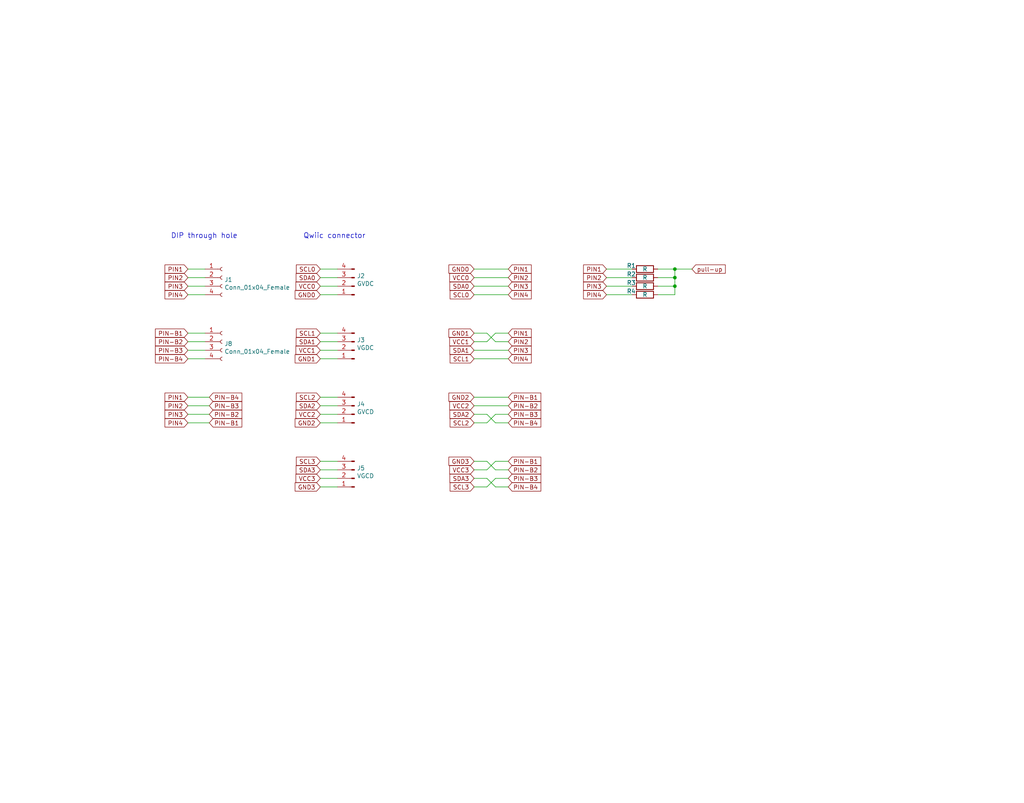
<source format=kicad_sch>
(kicad_sch (version 20231120) (generator "eeschema") (generator_version "8.0")
  (paper "User" 304.495 238.735)
  (lib_symbols
    (symbol "Device:R" (pin_numbers hide) (pin_names (offset 0))
      (property "Reference" "R" (at 2.032 0 90))
      (property "Value" "R" (at 0 0 90))
      (symbol "R_0_1"
        (rectangle (start -1.016 -2.54) (end 1.016 2.54) (stroke (width 0.254)))
      )
      (symbol "R_1_1"
        (pin passive line (at 0 3.81 270) (length 1.27) (name "~") (number "1"))
        (pin passive line (at 0 -3.81 90) (length 1.27) (name "~") (number "2"))
      )
    )
    (symbol "qwiic-adapter-rescue:Conn_01x04_Female-Connector" (pin_names (offset 1.016) hide)
      (property "Reference" "J" (at 0 5.08 0))
      (property "Value" "Connector:Conn_01x04_Female" (at 0 -7.62 0))
      (symbol "Conn_01x04_Female-Connector_1_1"
        (arc (start 0 -4.572) (mid -0.508 -5.08) (end 0 -5.588) (stroke (width 0.1524)))
        (arc (start 0 -2.032) (mid -0.508 -2.54) (end 0 -3.048) (stroke (width 0.1524)))
        (polyline (pts (xy -1.27 -5.08) (xy -0.508 -5.08)) (stroke (width 0.1524)))
        (polyline (pts (xy -1.27 -2.54) (xy -0.508 -2.54)) (stroke (width 0.1524)))
        (polyline (pts (xy -1.27 0) (xy -0.508 0)) (stroke (width 0.1524)))
        (polyline (pts (xy -1.27 2.54) (xy -0.508 2.54)) (stroke (width 0.1524)))
        (arc (start 0 0.508) (mid -0.508 0) (end 0 -0.508) (stroke (width 0.1524)))
        (arc (start 0 3.048) (mid -0.508 2.54) (end 0 2.032) (stroke (width 0.1524)))
        (pin passive line (at -5.08 2.54 0) (length 3.81) (name "Pin_1") (number "1"))
        (pin passive line (at -5.08 0 0) (length 3.81) (name "Pin_2") (number "2"))
        (pin passive line (at -5.08 -2.54 0) (length 3.81) (name "Pin_3") (number "3"))
        (pin passive line (at -5.08 -5.08 0) (length 3.81) (name "Pin_4") (number "4"))
      )
    )
    (symbol "qwiic-adapter-rescue:Conn_01x04_Male-Connector" (pin_names (offset 1.016) hide)
      (property "Reference" "J" (at 0 5.08 0))
      (property "Value" "Connector:Conn_01x04_Male" (at 0 -7.62 0))
      (symbol "Conn_01x04_Male-Connector_1_1"
        (polyline (pts (xy 1.27 -5.08) (xy 0.8636 -5.08)) (stroke (width 0.1524)))
        (polyline (pts (xy 1.27 -2.54) (xy 0.8636 -2.54)) (stroke (width 0.1524)))
        (polyline (pts (xy 1.27 0) (xy 0.8636 0)) (stroke (width 0.1524)))
        (polyline (pts (xy 1.27 2.54) (xy 0.8636 2.54)) (stroke (width 0.1524)))
        (rectangle (start 0.8636 -4.953) (end 0 -5.207) (stroke (width 0.1524)) (fill (type outline)))
        (rectangle (start 0.8636 -2.413) (end 0 -2.667) (stroke (width 0.1524)) (fill (type outline)))
        (rectangle (start 0.8636 0.127) (end 0 -0.127) (stroke (width 0.1524)) (fill (type outline)))
        (rectangle (start 0.8636 2.667) (end 0 2.413) (stroke (width 0.1524)) (fill (type outline)))
        (pin passive line (at 5.08 2.54 180) (length 3.81) (name "Pin_1") (number "1"))
        (pin passive line (at 5.08 0 180) (length 3.81) (name "Pin_2") (number "2"))
        (pin passive line (at 5.08 -2.54 180) (length 3.81) (name "Pin_3") (number "3"))
        (pin passive line (at 5.08 -5.08 180) (length 3.81) (name "Pin_4") (number "4"))
      )
    )
  )
  (junction (at 200.66 85.09))
  (junction (at 200.66 82.55))
  (junction (at 200.66 80.01))
  (wire (pts (xy 55.88 80.01) (xy 60.96 80.01)))
  (wire (pts (xy 195.58 87.63) (xy 200.66 87.63)))
  (wire (pts (xy 140.97 99.06) (xy 144.78 99.06)))
  (wire (pts (xy 144.78 125.73) (xy 147.32 123.19)))
  (wire (pts (xy 140.97 106.68) (xy 151.13 106.68)))
  (wire (pts (xy 147.32 123.19) (xy 151.13 123.19)))
  (wire (pts (xy 140.97 80.01) (xy 151.13 80.01)))
  (wire (pts (xy 55.88 118.11) (xy 62.23 118.11)))
  (wire (pts (xy 147.32 144.78) (xy 151.13 144.78)))
  (wire (pts (xy 55.88 82.55) (xy 60.96 82.55)))
  (wire (pts (xy 55.88 99.06) (xy 60.96 99.06)))
  (wire (pts (xy 200.66 87.63) (xy 200.66 85.09)))
  (wire (pts (xy 95.25 142.24) (xy 100.33 142.24)))
  (wire (pts (xy 147.32 125.73) (xy 151.13 125.73)))
  (wire (pts (xy 147.32 99.06) (xy 151.13 99.06)))
  (wire (pts (xy 144.78 137.16) (xy 147.32 139.7)))
  (wire (pts (xy 144.78 101.6) (xy 147.32 99.06)))
  (wire (pts (xy 147.32 142.24) (xy 151.13 142.24)))
  (wire (pts (xy 100.33 101.6) (xy 95.25 101.6)))
  (wire (pts (xy 144.78 144.78) (xy 147.32 142.24)))
  (wire (pts (xy 55.88 104.14) (xy 60.96 104.14)))
  (wire (pts (xy 55.88 85.09) (xy 60.96 85.09)))
  (wire (pts (xy 144.78 123.19) (xy 147.32 125.73)))
  (wire (pts (xy 100.33 144.78) (xy 95.25 144.78)))
  (wire (pts (xy 200.66 80.01) (xy 205.74 80.01)))
  (wire (pts (xy 100.33 120.65) (xy 95.25 120.65)))
  (wire (pts (xy 95.25 123.19) (xy 100.33 123.19)))
  (wire (pts (xy 55.88 125.73) (xy 62.23 125.73)))
  (wire (pts (xy 60.96 106.68) (xy 55.88 106.68)))
  (wire (pts (xy 100.33 139.7) (xy 95.25 139.7)))
  (wire (pts (xy 60.96 87.63) (xy 55.88 87.63)))
  (wire (pts (xy 200.66 82.55) (xy 200.66 80.01)))
  (wire (pts (xy 140.97 137.16) (xy 144.78 137.16)))
  (wire (pts (xy 140.97 85.09) (xy 151.13 85.09)))
  (wire (pts (xy 140.97 139.7) (xy 144.78 139.7)))
  (wire (pts (xy 95.25 118.11) (xy 100.33 118.11)))
  (wire (pts (xy 144.78 139.7) (xy 147.32 137.16)))
  (wire (pts (xy 95.25 99.06) (xy 100.33 99.06)))
  (wire (pts (xy 62.23 123.19) (xy 55.88 123.19)))
  (wire (pts (xy 144.78 142.24) (xy 147.32 144.78)))
  (wire (pts (xy 195.58 82.55) (xy 200.66 82.55)))
  (wire (pts (xy 140.97 123.19) (xy 144.78 123.19)))
  (wire (pts (xy 147.32 137.16) (xy 151.13 137.16)))
  (wire (pts (xy 144.78 99.06) (xy 147.32 101.6)))
  (wire (pts (xy 140.97 82.55) (xy 151.13 82.55)))
  (wire (pts (xy 147.32 139.7) (xy 151.13 139.7)))
  (wire (pts (xy 100.33 106.68) (xy 95.25 106.68)))
  (wire (pts (xy 95.25 137.16) (xy 100.33 137.16)))
  (wire (pts (xy 95.25 80.01) (xy 100.33 80.01)))
  (wire (pts (xy 180.34 85.09) (xy 187.96 85.09)))
  (wire (pts (xy 100.33 87.63) (xy 95.25 87.63)))
  (wire (pts (xy 195.58 85.09) (xy 200.66 85.09)))
  (wire (pts (xy 147.32 101.6) (xy 151.13 101.6)))
  (wire (pts (xy 140.97 120.65) (xy 151.13 120.65)))
  (wire (pts (xy 140.97 142.24) (xy 144.78 142.24)))
  (wire (pts (xy 55.88 120.65) (xy 62.23 120.65)))
  (wire (pts (xy 95.25 85.09) (xy 100.33 85.09)))
  (wire (pts (xy 140.97 87.63) (xy 151.13 87.63)))
  (wire (pts (xy 100.33 125.73) (xy 95.25 125.73)))
  (wire (pts (xy 140.97 144.78) (xy 144.78 144.78)))
  (wire (pts (xy 140.97 125.73) (xy 144.78 125.73)))
  (wire (pts (xy 180.34 80.01) (xy 187.96 80.01)))
  (wire (pts (xy 100.33 82.55) (xy 95.25 82.55)))
  (wire (pts (xy 140.97 104.14) (xy 151.13 104.14)))
  (wire (pts (xy 95.25 104.14) (xy 100.33 104.14)))
  (wire (pts (xy 180.34 82.55) (xy 187.96 82.55)))
  (wire (pts (xy 55.88 101.6) (xy 60.96 101.6)))
  (wire (pts (xy 200.66 85.09) (xy 200.66 82.55)))
  (wire (pts (xy 180.34 87.63) (xy 187.96 87.63)))
  (wire (pts (xy 140.97 118.11) (xy 151.13 118.11)))
  (wire (pts (xy 195.58 80.01) (xy 200.66 80.01)))
  (wire (pts (xy 140.97 101.6) (xy 144.78 101.6)))
  (text "DIP through hole" (at 50.8 71.12 0) (effects (font (size 1.524 1.524)) (justify left bottom)))
  (text "Qwiic connector" (at 90.17 71.12 0) (effects (font (size 1.524 1.524)) (justify left bottom)))
  (global_label "PIN-B1" (shape input) (at 62.23 125.73 0) (property "Intersheetrefs" "${INTERSHEET_REFS}" (effects (hide yes))))
  (global_label "PIN-B4" (shape input) (at 151.13 144.78 0) (property "Intersheetrefs" "${INTERSHEET_REFS}" (effects (hide yes))))
  (global_label "SCL1" (shape input) (at 140.97 106.68 180) (property "Intersheetrefs" "${INTERSHEET_REFS}" (effects (hide yes))))
  (global_label "PIN-B2" (shape input) (at 62.23 123.19 0) (property "Intersheetrefs" "${INTERSHEET_REFS}" (effects (hide yes))))
  (global_label "VCC1" (shape input) (at 140.97 101.6 180) (property "Intersheetrefs" "${INTERSHEET_REFS}" (effects (hide yes))))
  (global_label "GND0" (shape input) (at 95.25 87.63 180) (property "Intersheetrefs" "${INTERSHEET_REFS}" (effects (hide yes))))
  (global_label "SDA2" (shape input) (at 140.97 123.19 180) (property "Intersheetrefs" "${INTERSHEET_REFS}" (effects (hide yes))))
  (global_label "GND2" (shape input) (at 140.97 118.11 180) (property "Intersheetrefs" "${INTERSHEET_REFS}" (effects (hide yes))))
  (global_label "PIN4" (shape input) (at 151.13 87.63 0) (property "Intersheetrefs" "${INTERSHEET_REFS}" (effects (hide yes))))
  (global_label "VCC0" (shape input) (at 95.25 85.09 180) (property "Intersheetrefs" "${INTERSHEET_REFS}" (effects (hide yes))))
  (global_label "PIN-B3" (shape input) (at 55.88 104.14 180) (property "Intersheetrefs" "${INTERSHEET_REFS}" (effects (hide yes))))
  (global_label "SDA3" (shape input) (at 95.25 139.7 180) (property "Intersheetrefs" "${INTERSHEET_REFS}" (effects (hide yes))))
  (global_label "VCC2" (shape input) (at 140.97 120.65 180) (property "Intersheetrefs" "${INTERSHEET_REFS}" (effects (hide yes))))
  (global_label "PIN1" (shape input) (at 151.13 99.06 0) (property "Intersheetrefs" "${INTERSHEET_REFS}" (effects (hide yes))))
  (global_label "PIN2" (shape input) (at 151.13 82.55 0) (property "Intersheetrefs" "${INTERSHEET_REFS}" (effects (hide yes))))
  (global_label "PIN-B2" (shape input) (at 151.13 139.7 0) (property "Intersheetrefs" "${INTERSHEET_REFS}" (effects (hide yes))))
  (global_label "PIN-B3" (shape input) (at 151.13 142.24 0) (property "Intersheetrefs" "${INTERSHEET_REFS}" (effects (hide yes))))
  (global_label "SDA0" (shape input) (at 140.97 85.09 180) (property "Intersheetrefs" "${INTERSHEET_REFS}" (effects (hide yes))))
  (global_label "PIN1" (shape input) (at 151.13 80.01 0) (property "Intersheetrefs" "${INTERSHEET_REFS}" (effects (hide yes))))
  (global_label "PIN-B1" (shape input) (at 151.13 118.11 0) (property "Intersheetrefs" "${INTERSHEET_REFS}" (effects (hide yes))))
  (global_label "GND3" (shape input) (at 140.97 137.16 180) (property "Intersheetrefs" "${INTERSHEET_REFS}" (effects (hide yes))))
  (global_label "PIN2" (shape input) (at 55.88 82.55 180) (property "Intersheetrefs" "${INTERSHEET_REFS}" (effects (hide yes))))
  (global_label "SCL3" (shape input) (at 140.97 144.78 180) (property "Intersheetrefs" "${INTERSHEET_REFS}" (effects (hide yes))))
  (global_label "GND0" (shape input) (at 140.97 80.01 180) (property "Intersheetrefs" "${INTERSHEET_REFS}" (effects (hide yes))))
  (global_label "PIN3" (shape input) (at 180.34 85.09 180) (property "Intersheetrefs" "${INTERSHEET_REFS}" (effects (hide yes))))
  (global_label "VCC3" (shape input) (at 95.25 142.24 180) (property "Intersheetrefs" "${INTERSHEET_REFS}" (effects (hide yes))))
  (global_label "PIN1" (shape input) (at 55.88 80.01 180) (property "Intersheetrefs" "${INTERSHEET_REFS}" (effects (hide yes))))
  (global_label "PIN-B2" (shape input) (at 55.88 101.6 180) (property "Intersheetrefs" "${INTERSHEET_REFS}" (effects (hide yes))))
  (global_label "PIN4" (shape input) (at 151.13 106.68 0) (property "Intersheetrefs" "${INTERSHEET_REFS}" (effects (hide yes))))
  (global_label "PIN2" (shape input) (at 55.88 120.65 180) (property "Intersheetrefs" "${INTERSHEET_REFS}" (effects (hide yes))))
  (global_label "VCC0" (shape input) (at 140.97 82.55 180) (property "Intersheetrefs" "${INTERSHEET_REFS}" (effects (hide yes))))
  (global_label "PIN-B4" (shape input) (at 55.88 106.68 180) (property "Intersheetrefs" "${INTERSHEET_REFS}" (effects (hide yes))))
  (global_label "PIN4" (shape input) (at 55.88 87.63 180) (property "Intersheetrefs" "${INTERSHEET_REFS}" (effects (hide yes))))
  (global_label "PIN2" (shape input) (at 180.34 82.55 180) (property "Intersheetrefs" "${INTERSHEET_REFS}" (effects (hide yes))))
  (global_label "SDA2" (shape input) (at 95.25 120.65 180) (property "Intersheetrefs" "${INTERSHEET_REFS}" (effects (hide yes))))
  (global_label "PIN-B1" (shape input) (at 55.88 99.06 180) (property "Intersheetrefs" "${INTERSHEET_REFS}" (effects (hide yes))))
  (global_label "SDA0" (shape input) (at 95.25 82.55 180) (property "Intersheetrefs" "${INTERSHEET_REFS}" (effects (hide yes))))
  (global_label "SDA3" (shape input) (at 140.97 142.24 180) (property "Intersheetrefs" "${INTERSHEET_REFS}" (effects (hide yes))))
  (global_label "PIN3" (shape input) (at 151.13 85.09 0) (property "Intersheetrefs" "${INTERSHEET_REFS}" (effects (hide yes))))
  (global_label "SCL0" (shape input) (at 95.25 80.01 180) (property "Intersheetrefs" "${INTERSHEET_REFS}" (effects (hide yes))))
  (global_label "VCC1" (shape input) (at 95.25 104.14 180) (property "Intersheetrefs" "${INTERSHEET_REFS}" (effects (hide yes))))
  (global_label "GND3" (shape input) (at 95.25 144.78 180) (property "Intersheetrefs" "${INTERSHEET_REFS}" (effects (hide yes))))
  (global_label "PIN1" (shape input) (at 55.88 118.11 180) (property "Intersheetrefs" "${INTERSHEET_REFS}" (effects (hide yes))))
  (global_label "PIN-B1" (shape input) (at 151.13 137.16 0) (property "Intersheetrefs" "${INTERSHEET_REFS}" (effects (hide yes))))
  (global_label "PIN-B4" (shape input) (at 151.13 125.73 0) (property "Intersheetrefs" "${INTERSHEET_REFS}" (effects (hide yes))))
  (global_label "GND1" (shape input) (at 140.97 99.06 180) (property "Intersheetrefs" "${INTERSHEET_REFS}" (effects (hide yes))))
  (global_label "PIN1" (shape input) (at 180.34 80.01 180) (property "Intersheetrefs" "${INTERSHEET_REFS}" (effects (hide yes))))
  (global_label "VCC3" (shape input) (at 140.97 139.7 180) (property "Intersheetrefs" "${INTERSHEET_REFS}" (effects (hide yes))))
  (global_label "GND2" (shape input) (at 95.25 125.73 180) (property "Intersheetrefs" "${INTERSHEET_REFS}" (effects (hide yes))))
  (global_label "PIN3" (shape input) (at 55.88 85.09 180) (property "Intersheetrefs" "${INTERSHEET_REFS}" (effects (hide yes))))
  (global_label "SCL2" (shape input) (at 140.97 125.73 180) (property "Intersheetrefs" "${INTERSHEET_REFS}" (effects (hide yes))))
  (global_label "SCL0" (shape input) (at 140.97 87.63 180) (property "Intersheetrefs" "${INTERSHEET_REFS}" (effects (hide yes))))
  (global_label "PIN3" (shape input) (at 151.13 104.14 0) (property "Intersheetrefs" "${INTERSHEET_REFS}" (effects (hide yes))))
  (global_label "PIN2" (shape input) (at 151.13 101.6 0) (property "Intersheetrefs" "${INTERSHEET_REFS}" (effects (hide yes))))
  (global_label "SCL3" (shape input) (at 95.25 137.16 180) (property "Intersheetrefs" "${INTERSHEET_REFS}" (effects (hide yes))))
  (global_label "PIN-B4" (shape input) (at 62.23 118.11 0) (property "Intersheetrefs" "${INTERSHEET_REFS}" (effects (hide yes))))
  (global_label "PIN-B3" (shape input) (at 151.13 123.19 0) (property "Intersheetrefs" "${INTERSHEET_REFS}" (effects (hide yes))))
  (global_label "GND1" (shape input) (at 95.25 106.68 180) (property "Intersheetrefs" "${INTERSHEET_REFS}" (effects (hide yes))))
  (global_label "PIN-B3" (shape input) (at 62.23 120.65 0) (property "Intersheetrefs" "${INTERSHEET_REFS}" (effects (hide yes))))
  (global_label "SDA1" (shape input) (at 95.25 101.6 180) (property "Intersheetrefs" "${INTERSHEET_REFS}" (effects (hide yes))))
  (global_label "SCL2" (shape input) (at 95.25 118.11 180) (property "Intersheetrefs" "${INTERSHEET_REFS}" (effects (hide yes))))
  (global_label "PIN4" (shape input) (at 180.34 87.63 180) (property "Intersheetrefs" "${INTERSHEET_REFS}" (effects (hide yes))))
  (global_label "SCL1" (shape input) (at 95.25 99.06 180) (property "Intersheetrefs" "${INTERSHEET_REFS}" (effects (hide yes))))
  (global_label "VCC2" (shape input) (at 95.25 123.19 180) (property "Intersheetrefs" "${INTERSHEET_REFS}" (effects (hide yes))))
  (global_label "pull-up" (shape input) (at 205.74 80.01 0) (property "Intersheetrefs" "${INTERSHEET_REFS}" (effects (hide yes))))
  (global_label "PIN3" (shape input) (at 55.88 123.19 180) (property "Intersheetrefs" "${INTERSHEET_REFS}" (effects (hide yes))))
  (global_label "PIN4" (shape input) (at 55.88 125.73 180) (property "Intersheetrefs" "${INTERSHEET_REFS}" (effects (hide yes))))
  (global_label "SDA1" (shape input) (at 140.97 104.14 180) (property "Intersheetrefs" "${INTERSHEET_REFS}" (effects (hide yes))))
  (global_label "PIN-B2" (shape input) (at 151.13 120.65 0) (property "Intersheetrefs" "${INTERSHEET_REFS}" (effects (hide yes))))
  (symbol (lib_id "qwiic-adapter-rescue:Conn_01x04_Male-Connector") (at 105.41 85.09 180) (unit 1)
    (property "Reference" "J2" (at 106.1212 82.042 0) (effects (justify right)))
    (property "Value" "GVDC" (at 106.1212 84.3534 0) (effects (justify right)))
    (property "Footprint" "library:JST_SH_SM04B-SRSS-TB_04x1.00mm_Angled" (effects (hide yes)))
  )
  (symbol (lib_id "qwiic-adapter-rescue:Conn_01x04_Female-Connector") (at 66.04 82.55 0) (unit 1)
    (property "Reference" "J1" (at 66.7258 83.1596 0) (effects (justify left)))
    (property "Value" "Conn_01x04_Female" (at 66.7258 85.471 0) (effects (justify left)))
    (property "Footprint" "freetronics_footprints:1X04" (effects (hide yes)))
  )
  (symbol (lib_id "qwiic-adapter-rescue:Conn_01x04_Male-Connector") (at 105.41 104.14 180) (unit 1)
    (property "Reference" "J3" (at 106.1212 101.092 0) (effects (justify right)))
    (property "Value" "VGDC" (at 106.1212 103.4034 0) (effects (justify right)))
    (property "Footprint" "library:JST_SH_SM04B-SRSS-TB_04x1.00mm_Angled" (effects (hide yes)))
  )
  (symbol (lib_id "qwiic-adapter-rescue:Conn_01x04_Male-Connector") (at 105.41 123.19 180) (unit 1)
    (property "Reference" "J4" (at 106.1212 120.142 0) (effects (justify right)))
    (property "Value" "GVCD" (at 106.1212 122.4534 0) (effects (justify right)))
    (property "Footprint" "library:JST_SH_SM04B-SRSS-TB_04x1.00mm_Angled" (effects (hide yes)))
  )
  (symbol (lib_id "qwiic-adapter-rescue:Conn_01x04_Male-Connector") (at 105.41 142.24 180) (unit 1)
    (property "Reference" "J5" (at 106.1212 139.192 0) (effects (justify right)))
    (property "Value" "VGCD" (at 106.1212 141.5034 0) (effects (justify right)))
    (property "Footprint" "library:JST_SH_SM04B-SRSS-TB_04x1.00mm_Angled" (effects (hide yes)))
  )
  (symbol (lib_id "qwiic-adapter-rescue:Conn_01x04_Female-Connector") (at 66.04 101.6 0) (unit 1)
    (property "Reference" "J8" (at 66.7258 102.2096 0) (effects (justify left)))
    (property "Value" "Conn_01x04_Female" (at 66.7258 104.521 0) (effects (justify left)))
    (property "Footprint" "freetronics_footprints:1X04" (effects (hide yes)))
  )
  (symbol (lib_id "Device:R") (at 191.77 80.01 90) (unit 1)
    (property "Reference" "R1" (at 187.706 78.994 90))
    (property "Value" "R" (at 191.77 80.01 90))
    (property "Footprint" "Resistor_SMD:R_0603_1608Metric" (effects (hide yes)))
    (property "Description" "Resistor" (effects (hide yes)))
  )
  (symbol (lib_id "Device:R") (at 191.77 85.09 90) (unit 1)
    (property "Reference" "R3" (at 187.706 84.074 90))
    (property "Value" "R" (at 191.77 85.09 90))
    (property "Footprint" "Resistor_SMD:R_0603_1608Metric" (effects (hide yes)))
    (property "Description" "Resistor" (effects (hide yes)))
  )
  (symbol (lib_id "Device:R") (at 191.77 87.63 90) (unit 1)
    (property "Reference" "R4" (at 187.706 86.614 90))
    (property "Value" "R" (at 191.77 87.63 90))
    (property "Footprint" "Resistor_SMD:R_0603_1608Metric" (effects (hide yes)))
    (property "Description" "Resistor" (effects (hide yes)))
  )
  (symbol (lib_id "Device:R") (at 191.77 82.55 90) (unit 1)
    (property "Reference" "R2" (at 187.706 81.534 90))
    (property "Value" "R" (at 191.77 82.55 90))
    (property "Footprint" "Resistor_SMD:R_0603_1608Metric" (effects (hide yes)))
    (property "Description" "Resistor" (effects (hide yes)))
  )
)
</source>
